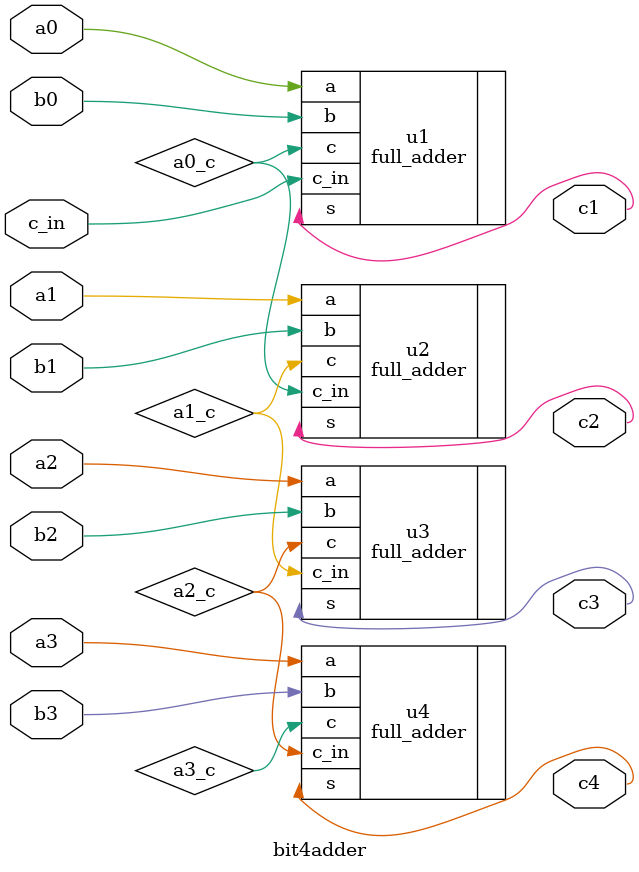
<source format=v>
`timescale 1ns / 1ps



module bit4adder (
    input  a0,
    a1,
    a2,
    a3,
    input  b0,
    b1,
    b2,
    b3,
    input  c_in,
    output c1,
    c2,
    c3,
    c4
);

    wire a0_c, a1_c, a2_c, a3_c;
    full_adder u1 (
        .a(a0),
        .b(b0),
        .c_in(c_in),
        .c(a0_c),
        .s(c1)
    );
    full_adder u2 (
        .a(a1),
        .b(b1),
        .c_in(a0_c),
        .c(a1_c),
        .s(c2)
    );
    full_adder u3 (
        .a(a2),
        .b(b2),
        .c_in(a1_c),
        .c(a2_c),
        .s(c3)
    );
    full_adder u4 (
        .a(a3),
        .b(b3),
        .c_in(a2_c),
        .c(a3_c),
        .s(c4)
    );


endmodule

</source>
